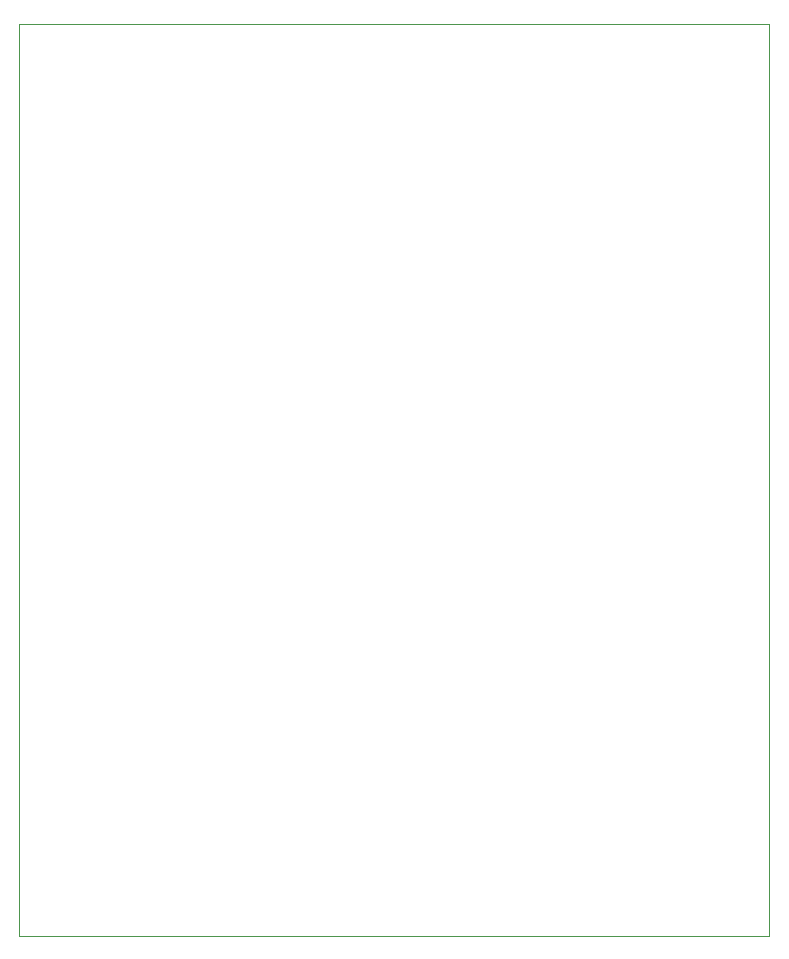
<source format=gbr>
%TF.GenerationSoftware,KiCad,Pcbnew,(6.0.8)*%
%TF.CreationDate,2023-04-21T18:27:59-07:00*%
%TF.ProjectId,Capstone_PCB,43617073-746f-46e6-955f-5043422e6b69,rev?*%
%TF.SameCoordinates,Original*%
%TF.FileFunction,Profile,NP*%
%FSLAX46Y46*%
G04 Gerber Fmt 4.6, Leading zero omitted, Abs format (unit mm)*
G04 Created by KiCad (PCBNEW (6.0.8)) date 2023-04-21 18:27:59*
%MOMM*%
%LPD*%
G01*
G04 APERTURE LIST*
%TA.AperFunction,Profile*%
%ADD10C,0.100000*%
%TD*%
G04 APERTURE END LIST*
D10*
X114300000Y-43180000D02*
X114300000Y-120396000D01*
X114300000Y-120396000D02*
X177800000Y-120396000D01*
X114300000Y-43180000D02*
X177800000Y-43180000D01*
X177800000Y-43180000D02*
X177800000Y-120396000D01*
M02*

</source>
